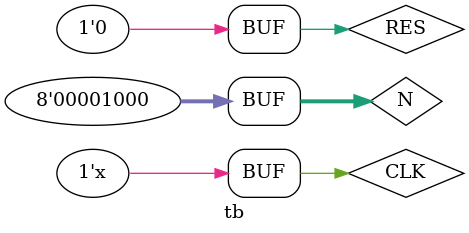
<source format=v>
module counter(CLK, RES, N, OUTPT); //declaring input and output variables


input CLK, RES; // CLK and RES init
input [7:0]N; // Max of 255
output reg OUTPT = 0; // output init

integer C = 0;


always@ (posedge CLK)
begin
C = C + 1;
if (C == N)begin
	OUTPT = OUTPT + 32'd1;
end
end

endmodule // termination


////////_TB_/////////
module tb(); //main Testbench file



reg CLK = 0; // CLK Init
reg RES = 0; // RES Init
reg [7:0]N;
wire OUTPT; // Output Init

counter counter (CLK, RES, N, OUTPT); //connecting to the main file



always begin
	
	N = 32'd8;
	CLK =#50 ~CLK;
  RES = 0;
	
end
endmodule //termination

</source>
